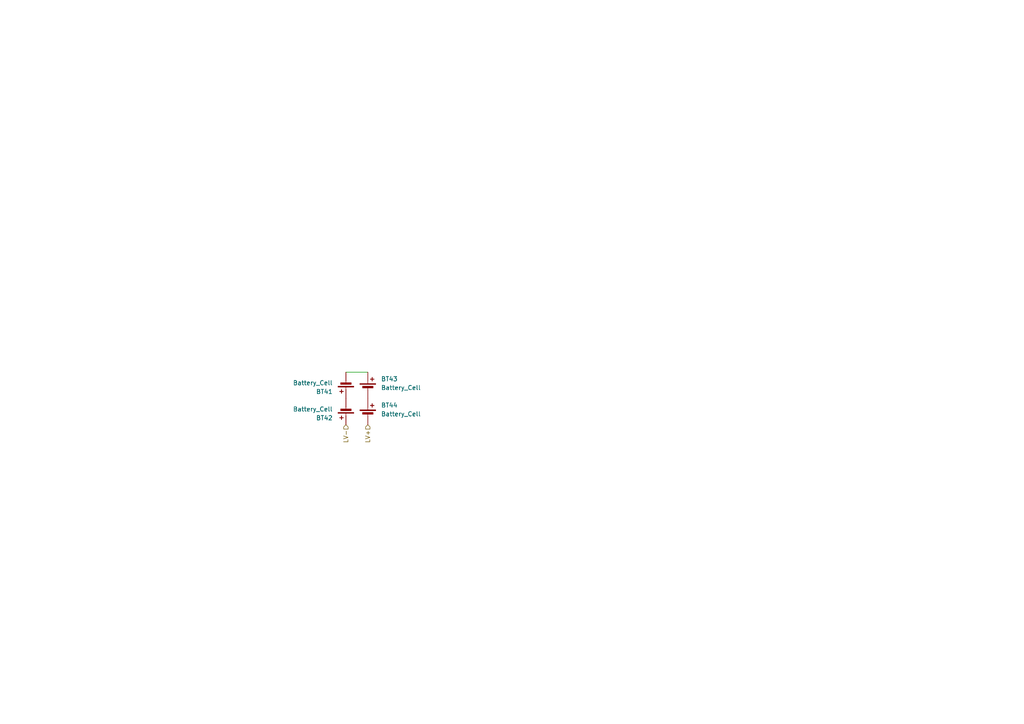
<source format=kicad_sch>
(kicad_sch (version 20250114) (generator "eeschema") (generator_version "9.0")
  (paper "A4")
  (lib_symbols
    (symbol "Device:Battery_Cell" (pin_numbers (hide yes)) (pin_names (offset 0) (hide yes))
      (property "Reference" "BT" (at 2.54 2.54 0))
      (property "Value" "Battery_Cell" (at 2.54 0 0))
      (symbol "Battery_Cell_0_1"
        (rectangle (start -2.286 1.778) (end 2.286 1.524) (fill (type outline)))
        (rectangle (start -1.524 1.016) (end 1.524 0.508) (fill (type outline)))
        (polyline (pts (xy 0 1.778) (xy 0 2.54)))
        (polyline (pts (xy 0 0.762) (xy 0 0)))
        (polyline (pts (xy 0.762 3.048) (xy 1.778 3.048)) (stroke (width 0.254)))
        (polyline (pts (xy 1.27 3.556) (xy 1.27 2.54)) (stroke (width 0.254)))
      )
      (symbol "Battery_Cell_1_1"
        (pin passive line (at 0 5.08 270) (length 2.54) (name "+") (number "1"))
        (pin passive line (at 0 -2.54 90) (length 2.54) (name "-") (number "2"))
      )
    )
  )
  (wire (pts (xy 100.33 107.95) (xy 106.68 107.95)))
  (hierarchical_label "LV-" (shape input) (at 100.33 123.19 270))
  (hierarchical_label "LV+" (shape input) (at 106.68 123.19 270))
  (symbol (lib_id "Device:Battery_Cell") (at 100.33 118.11 180) (unit 1)
    (property "Reference" "BT42" (at 96.52 121.2216 0) (effects (justify left)))
    (property "Value" "Battery_Cell" (at 96.52 118.6816 0) (effects (justify left)))
    (property "Description" "Single-cell battery" (effects (hide yes)))
  )
  (symbol (lib_id "Device:Battery_Cell") (at 100.33 110.49 180) (unit 1)
    (property "Reference" "BT41" (at 96.52 113.6016 0) (effects (justify left)))
    (property "Value" "Battery_Cell" (at 96.52 111.0616 0) (effects (justify left)))
    (property "Description" "Single-cell battery" (effects (hide yes)))
  )
  (symbol (lib_id "Device:Battery_Cell") (at 106.68 120.65 0) (unit 1)
    (property "Reference" "BT44" (at 110.49 117.5384 0) (effects (justify left)))
    (property "Value" "Battery_Cell" (at 110.49 120.0784 0) (effects (justify left)))
    (property "Description" "Single-cell battery" (effects (hide yes)))
  )
  (symbol (lib_id "Device:Battery_Cell") (at 106.68 113.03 0) (unit 1)
    (property "Reference" "BT43" (at 110.49 109.9184 0) (effects (justify left)))
    (property "Value" "Battery_Cell" (at 110.49 112.4584 0) (effects (justify left)))
    (property "Description" "Single-cell battery" (effects (hide yes)))
  )
)
</source>
